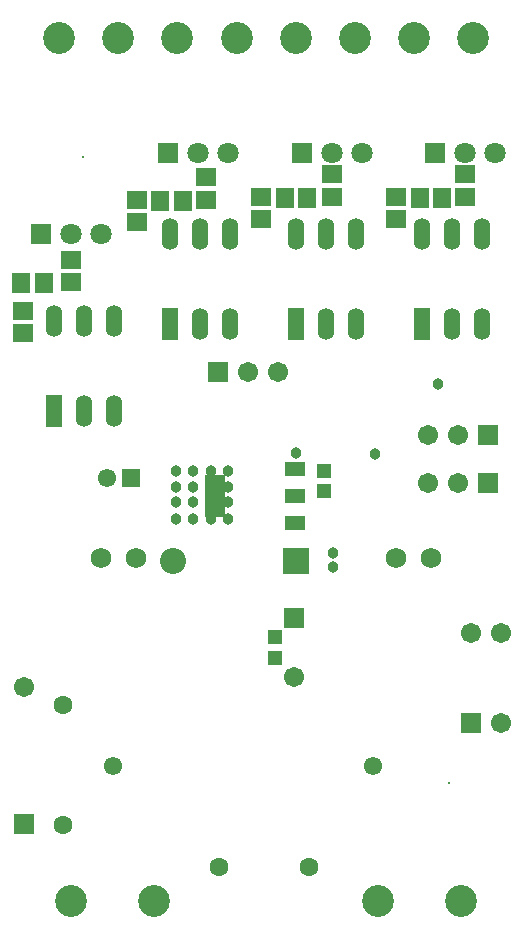
<source format=gbs>
%FSDAX24Y24*%
%MOIN*%
%SFA1B1*%

%IPPOS*%
%ADD56R,0.047400X0.051300*%
%ADD60R,0.067100X0.059200*%
%ADD61C,0.008000*%
%ADD62C,0.106400*%
%ADD63C,0.067100*%
%ADD64R,0.067100X0.067100*%
%ADD65R,0.055200X0.106400*%
%ADD66O,0.055200X0.106400*%
%ADD67C,0.071000*%
%ADD68R,0.071000X0.071000*%
%ADD69C,0.068000*%
%ADD70C,0.061100*%
%ADD71R,0.067100X0.067100*%
%ADD72C,0.063100*%
%ADD73R,0.086700X0.086700*%
%ADD74C,0.086700*%
%ADD75R,0.061100X0.061100*%
%ADD76C,0.061100*%
%ADD77C,0.038000*%
%ADD78R,0.059200X0.067100*%
%ADD79R,0.069000X0.051300*%
%ADD80R,0.069000X0.051300*%
%ADD81R,0.069000X0.143800*%
%LNde-230724-1*%
%LPD*%
G54D56*
X020800Y026015D03*
Y026685D03*
X019150Y021135D03*
Y020465D03*
G54D60*
X014550Y034976D03*
Y035724D03*
X018700Y035076D03*
Y035824D03*
X025500Y035826D03*
Y036574D03*
X021050Y035826D03*
Y036574D03*
X016850Y035726D03*
Y036474D03*
X010750Y031276D03*
Y032024D03*
X012350Y032976D03*
Y033724D03*
X023200Y035076D03*
Y035824D03*
G54D61*
X024961Y016299D03*
X012756Y037165D03*
G54D62*
X012362Y012362D03*
X015118D03*
X017874Y041102D03*
X015906D03*
X021811D03*
X019843D03*
X025748D03*
X023780D03*
X013937D03*
X011968D03*
X022598Y012362D03*
X025354D03*
G54D63*
X024250Y027900D03*
X025250D03*
X026700Y021300D03*
X025700D03*
X026700Y018300D03*
X024250Y026300D03*
X025250D03*
X019250Y030000D03*
X018250D03*
X010800Y019493D03*
X019800Y019816D03*
G54D64*
X026250Y027900D03*
Y026300D03*
X017250Y030000D03*
G54D65*
X015650Y031600D03*
X019850D03*
X024050D03*
X011800Y028700D03*
G54D66*
X016650Y031600D03*
X017650D03*
X015650Y034600D03*
X016650D03*
X017650D03*
X020850Y031600D03*
X021850D03*
X019850Y034600D03*
X020850D03*
X021850D03*
X025050Y031600D03*
X026050D03*
X024050Y034600D03*
X025050D03*
X026050D03*
X012800Y028700D03*
X013800D03*
X011800Y031700D03*
X012800D03*
X013800D03*
G54D67*
X017600Y037300D03*
X016600D03*
X022050D03*
X021050D03*
X026500D03*
X025500D03*
X013350Y034600D03*
X012350D03*
G54D68*
X015600Y037300D03*
X020050D03*
X024500D03*
X011350Y034600D03*
G54D69*
X023189Y023780D03*
X024370D03*
X013346D03*
X014528D03*
G54D70*
X013750Y016850D03*
X022411D03*
G54D71*
X025700Y018300D03*
X010800Y014907D03*
X019800Y021784D03*
G54D72*
X017300Y013500D03*
X020300D03*
X012100Y018900D03*
Y014900D03*
G54D73*
X019859Y023700D03*
G54D74*
X015741Y023700D03*
G54D75*
X014344Y026450D03*
G54D76*
X013556Y026450D03*
G54D77*
X015850Y026675D03*
Y026150D03*
Y025638D03*
Y025100D03*
X016433D03*
Y025638D03*
Y026150D03*
Y026675D03*
X017017Y025638D03*
Y026150D03*
Y026675D03*
X017600Y025100D03*
Y025638D03*
Y026150D03*
Y026675D03*
X022500Y027250D03*
X024600Y029600D03*
X019850Y027300D03*
X021100Y023950D03*
Y023500D03*
X017017Y025100D03*
G54D78*
X010702Y032950D03*
X011450D03*
X015326Y035700D03*
X016074D03*
X019476Y035800D03*
X020224D03*
X023976D03*
X024724D03*
G54D79*
X019829Y026756D03*
G54D80*
X019829Y025850D03*
Y024944D03*
G54D81*
X017171Y025850D03*
M02*
</source>
